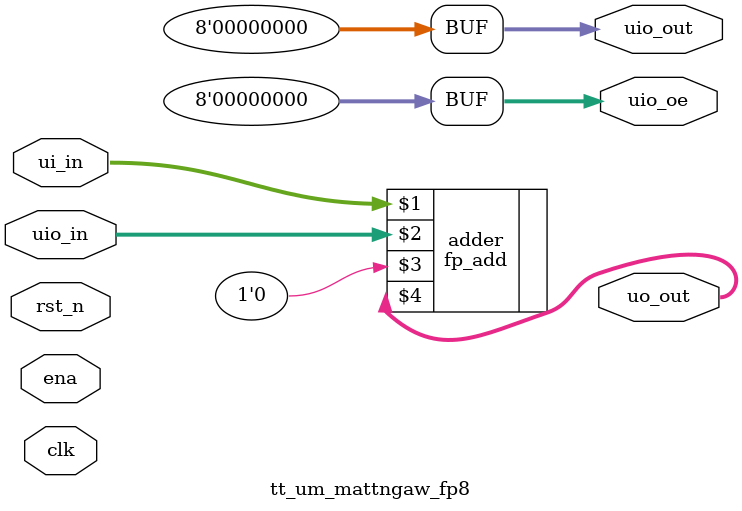
<source format=sv>
`default_nettype none

module tt_um_mattngaw_fp8 (
    input  logic [7:0] ui_in,    // Dedicated inputs - connected to the input switches
    output logic [7:0] uo_out,   // Dedicated outputs - connected to the 7 segment display
    input  logic [7:0] uio_in,   // IOs: Bidirectional Input path
    output logic [7:0] uio_out,  // IOs: Bidirectional Output path
    output logic [7:0] uio_oe,   // IOs: Bidirectional Enable path (active high: 0=input, 1=output)
    input  logic       ena,      // will go high when the design is enabled
    input  logic       clk,      // clock
    input  logic       rst_n     // reset_n - low to reset
);

    // Use bidirectionals as inputs 
    assign uio_oe = 8'b00000000;
    assign uio_out = 8'b00000000;

    fp_add #(.WIDTH(8), .EXP_WIDTH(5), .MAN_WIDTH(2)) adder (ui_in, uio_in, 1'b0, uo_out);

endmodule

</source>
